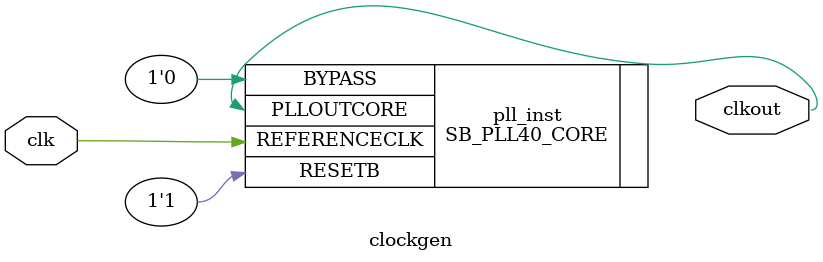
<source format=v>
module clockgen(
  input clk, 
  output clkout
);
   
// The following code multiplies the 12 MHz on the board to 60 MHz 
// (12 MHz * 80 / 16) using a PLL VCO Frequency of 960 MHz (12 MHz * 80):

SB_PLL40_CORE #(
  .FEEDBACK_PATH("SIMPLE"),
  .PLLOUT_SELECT("GENCLK"),
  .DIVR(4'b0000),
  .DIVF(7'b1001111),
  .DIVQ(3'b100),
  .FILTER_RANGE(3'b001)
) 
pll_inst(
  .RESETB(1'b1),
  .BYPASS(1'b0),
  .REFERENCECLK(clk),
  .PLLOUTCORE(clkout)
);

endmodule
</source>
